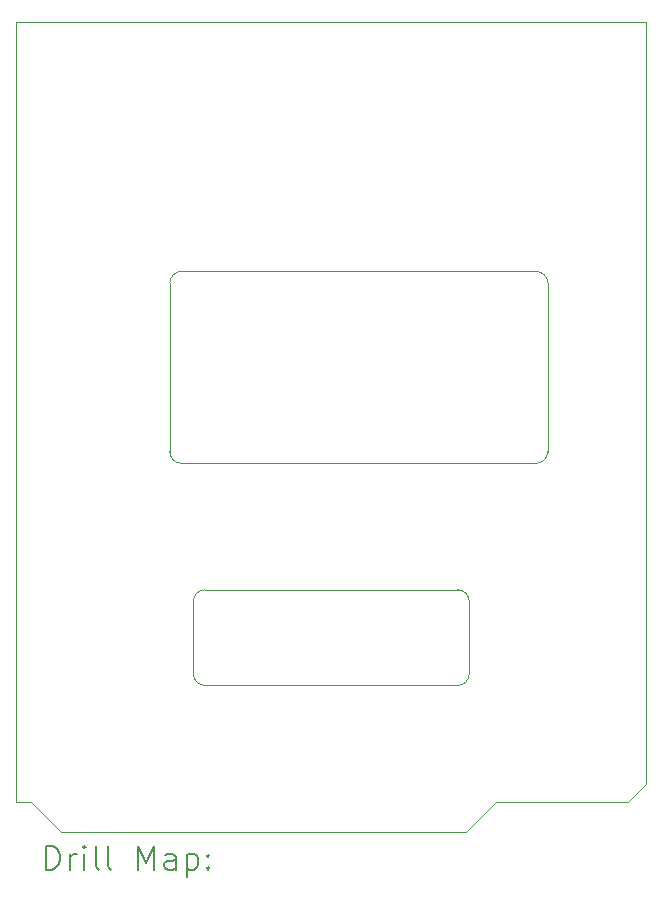
<source format=gbr>
%TF.GenerationSoftware,KiCad,Pcbnew,(6.0.11)*%
%TF.CreationDate,2024-01-05T14:55:07+00:00*%
%TF.ProjectId,EcoIDTesterCaseFront,45636f49-4454-4657-9374-657243617365,rev?*%
%TF.SameCoordinates,Original*%
%TF.FileFunction,Drillmap*%
%TF.FilePolarity,Positive*%
%FSLAX45Y45*%
G04 Gerber Fmt 4.5, Leading zero omitted, Abs format (unit mm)*
G04 Created by KiCad (PCBNEW (6.0.11)) date 2024-01-05 14:55:07*
%MOMM*%
%LPD*%
G01*
G04 APERTURE LIST*
%ADD10C,0.100000*%
%ADD11C,0.200000*%
G04 APERTURE END LIST*
D10*
X23582000Y-8692000D02*
X23582000Y-10118000D01*
X23482000Y-10218000D02*
X20482000Y-10218000D01*
X20482000Y-8592000D02*
X23482000Y-8592000D01*
X23482000Y-10218000D02*
G75*
G03*
X23582000Y-10118000I0J100000D01*
G01*
X20382000Y-10118000D02*
X20382000Y-8692000D01*
X20482000Y-8592000D02*
G75*
G03*
X20382000Y-8692000I0J-100000D01*
G01*
X23582000Y-8692000D02*
G75*
G03*
X23482000Y-8592000I-100000J0D01*
G01*
X20382000Y-10118000D02*
G75*
G03*
X20482000Y-10218000I100000J0D01*
G01*
X22818145Y-12098000D02*
X20680855Y-12098000D01*
X22918145Y-11388000D02*
G75*
G03*
X22818145Y-11288000I-99999J1D01*
G01*
X22918145Y-11388000D02*
X22918145Y-11998000D01*
X22818145Y-12098000D02*
G75*
G03*
X22918145Y-11998000I-1J100001D01*
G01*
X20680855Y-11288000D02*
X22818145Y-11288000D01*
X20680855Y-11288000D02*
G75*
G03*
X20580855Y-11388000I0J-100000D01*
G01*
X20580855Y-11998000D02*
G75*
G03*
X20680855Y-12098000I100000J0D01*
G01*
X20580855Y-11998000D02*
X20580855Y-11388000D01*
X19083000Y-13086000D02*
X19209000Y-13086000D01*
X19209000Y-13086000D02*
X19463000Y-13340000D01*
X22892000Y-13341000D02*
X23147000Y-13087000D01*
X24417000Y-12935000D02*
X24416000Y-6485000D01*
X19463000Y-13340000D02*
X22892000Y-13341000D01*
X19083000Y-6483000D02*
X19083000Y-13086000D01*
X23147000Y-13087000D02*
X24264000Y-13087000D01*
X24264000Y-13087000D02*
X24417000Y-12935000D01*
X24416000Y-6485000D02*
X19083000Y-6483000D01*
D11*
X19335619Y-13656476D02*
X19335619Y-13456476D01*
X19383238Y-13456476D01*
X19411810Y-13466000D01*
X19430857Y-13485048D01*
X19440381Y-13504095D01*
X19449905Y-13542190D01*
X19449905Y-13570762D01*
X19440381Y-13608857D01*
X19430857Y-13627905D01*
X19411810Y-13646952D01*
X19383238Y-13656476D01*
X19335619Y-13656476D01*
X19535619Y-13656476D02*
X19535619Y-13523143D01*
X19535619Y-13561238D02*
X19545143Y-13542190D01*
X19554667Y-13532667D01*
X19573714Y-13523143D01*
X19592762Y-13523143D01*
X19659429Y-13656476D02*
X19659429Y-13523143D01*
X19659429Y-13456476D02*
X19649905Y-13466000D01*
X19659429Y-13475524D01*
X19668952Y-13466000D01*
X19659429Y-13456476D01*
X19659429Y-13475524D01*
X19783238Y-13656476D02*
X19764190Y-13646952D01*
X19754667Y-13627905D01*
X19754667Y-13456476D01*
X19888000Y-13656476D02*
X19868952Y-13646952D01*
X19859429Y-13627905D01*
X19859429Y-13456476D01*
X20116571Y-13656476D02*
X20116571Y-13456476D01*
X20183238Y-13599333D01*
X20249905Y-13456476D01*
X20249905Y-13656476D01*
X20430857Y-13656476D02*
X20430857Y-13551714D01*
X20421333Y-13532667D01*
X20402286Y-13523143D01*
X20364190Y-13523143D01*
X20345143Y-13532667D01*
X20430857Y-13646952D02*
X20411810Y-13656476D01*
X20364190Y-13656476D01*
X20345143Y-13646952D01*
X20335619Y-13627905D01*
X20335619Y-13608857D01*
X20345143Y-13589809D01*
X20364190Y-13580286D01*
X20411810Y-13580286D01*
X20430857Y-13570762D01*
X20526095Y-13523143D02*
X20526095Y-13723143D01*
X20526095Y-13532667D02*
X20545143Y-13523143D01*
X20583238Y-13523143D01*
X20602286Y-13532667D01*
X20611810Y-13542190D01*
X20621333Y-13561238D01*
X20621333Y-13618381D01*
X20611810Y-13637428D01*
X20602286Y-13646952D01*
X20583238Y-13656476D01*
X20545143Y-13656476D01*
X20526095Y-13646952D01*
X20707048Y-13637428D02*
X20716571Y-13646952D01*
X20707048Y-13656476D01*
X20697524Y-13646952D01*
X20707048Y-13637428D01*
X20707048Y-13656476D01*
X20707048Y-13532667D02*
X20716571Y-13542190D01*
X20707048Y-13551714D01*
X20697524Y-13542190D01*
X20707048Y-13532667D01*
X20707048Y-13551714D01*
M02*

</source>
